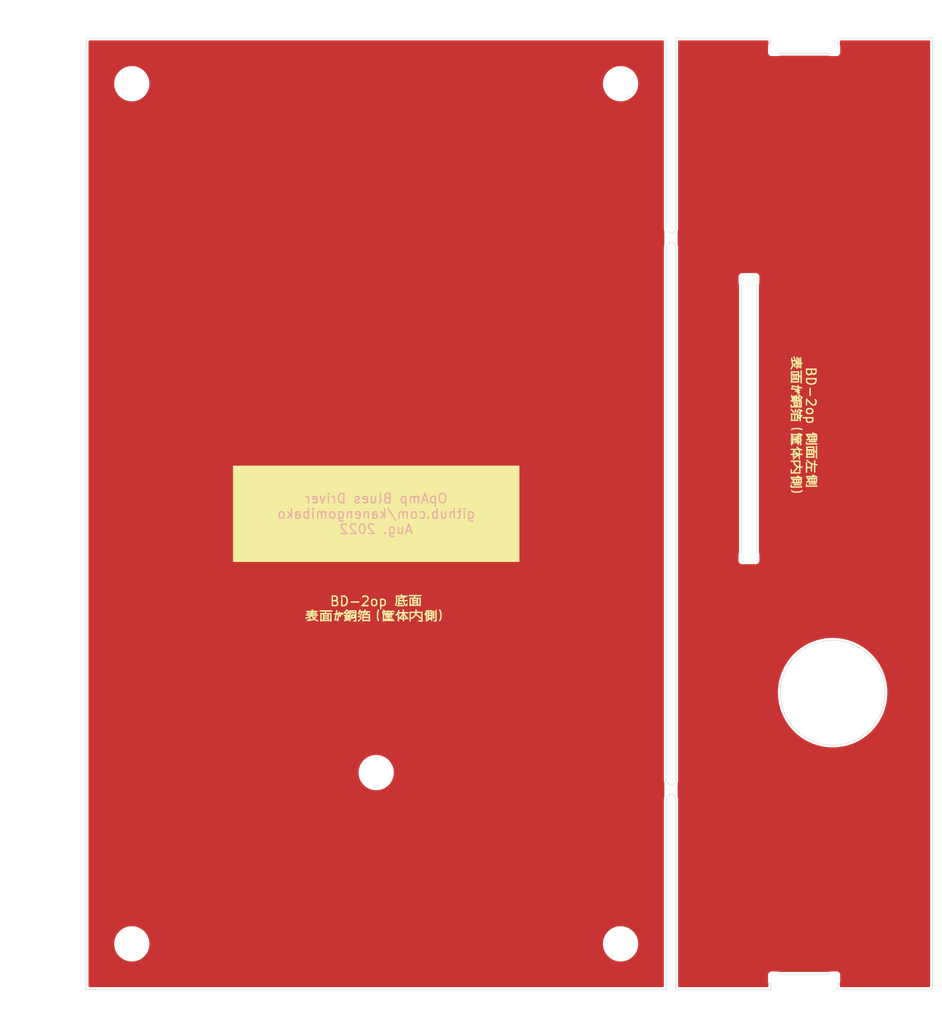
<source format=kicad_pcb>
(kicad_pcb (version 20211014) (generator pcbnew)
  (layers (0 "F.Cu" signal) (31 "B.Cu" signal) (34 "B.Paste" user) (35 "F.Paste" user) (36 "B.SilkS" user "B.Silkscreen") (37 "F.SilkS" user "F.Silkscreen") (38 "B.Mask" user) (39 "F.Mask" user) (44 "Edge.Cuts" user))
  (net 0 "")
  (footprint "myFoot:kado" (layer "F.Cu") (at 38.4 -75 180)
    (fp_text reference "r" hide)
    (fp_text value "h" hide)
    (pad "" np_thru_hole oval (at -0.1 -0.4 180) (size 0.3 0.9) (drill oval 0.3 0.9) (layers F&B.Cu *.Mask))
    (pad "" np_thru_hole oval (at -0.4 -0.1 90) (size 0.3 0.9) (drill oval 0.3 0.9) (layers F&B.Cu *.Mask))
  )
  (footprint "myFoot:Hole_0.4mm" (layer "F.Cu") (at 25.7 -4.8)
    (fp_text reference "r" hide)
    (fp_text value "h" hide)
    (pad "" np_thru_hole circle locked (at 0 0) (size 3.2 3.2) (drill 3.2) (layers F&B.Cu *.Mask))
  )
  (footprint "myFoot:kado" (layer "F.Cu") (at 38.4 -45 -90)
    (fp_text reference "r" hide)
    (fp_text value "h" hide)
    (pad "" np_thru_hole oval (at -0.1 -0.4 270) (size 0.3 0.9) (drill oval 0.3 0.9) (layers F&B.Cu *.Mask))
    (pad "" np_thru_hole oval (at -0.4 -0.1 180) (size 0.3 0.9) (drill oval 0.3 0.9) (layers F&B.Cu *.Mask))
  )
  (footprint "myFoot:kado" (layer "F.Cu") (at 40 -45)
    (fp_text reference "r" hide)
    (fp_text value "h" hide)
    (pad "" np_thru_hole oval (at -0.4 -0.1 270) (size 0.3 0.9) (drill oval 0.3 0.9) (layers F&B.Cu *.Mask))
    (pad "" np_thru_hole oval (at -0.1 -0.4) (size 0.3 0.9) (drill oval 0.3 0.9) (layers F&B.Cu *.Mask))
  )
  (footprint "myFoot:Hole_0.4mm" (layer "F.Cu") (at -25.7 -4.8)
    (fp_text reference "r" hide)
    (fp_text value "h" hide)
    (pad "" np_thru_hole circle locked (at 0 0) (size 3.2 3.2) (drill 3.2) (layers F&B.Cu *.Mask))
  )
  (footprint "myFoot:kado" (layer "F.Cu") (at 41.5 -1.6 180)
    (fp_text reference "r" hide)
    (fp_text value "h" hide)
    (pad "" np_thru_hole oval (at -0.4 -0.1 90) (size 0.3 0.9) (drill oval 0.3 0.9) (layers F&B.Cu *.Mask))
    (pad "" np_thru_hole oval (at -0.1 -0.4 180) (size 0.3 0.9) (drill oval 0.3 0.9) (layers F&B.Cu *.Mask))
  )
  (footprint "myFoot:Hole_0.4mm" (layer "F.Cu") (at 25.7 -95.2)
    (fp_text reference "r" hide)
    (fp_text value "h" hide)
    (pad "" np_thru_hole circle locked (at 0 0) (size 3.2 3.2) (drill 3.2) (layers F&B.Cu *.Mask))
  )
  (footprint "myFoot:kado" (layer "F.Cu") (at 40 -75 90)
    (fp_text reference "r" hide)
    (fp_text value "h" hide)
    (pad "" np_thru_hole oval (at -0.4 -0.1) (size 0.3 0.9) (drill oval 0.3 0.9) (layers F&B.Cu *.Mask))
    (pad "" np_thru_hole oval (at -0.1 -0.4 90) (size 0.3 0.9) (drill oval 0.3 0.9) (layers F&B.Cu *.Mask))
  )
  (footprint "myFoot:Hole_0.4mm" (layer "F.Cu") (at -25.7 -95.2)
    (fp_text reference "r" hide)
    (fp_text value "h" hide)
    (pad "" np_thru_hole circle locked (at 0 0) (size 3.2 3.2) (drill 3.2) (layers F&B.Cu *.Mask))
  )
  (footprint "myFoot:Hole_0.4mm" (layer "F.Cu") (at 0 -22.8)
    (fp_text reference "r" hide)
    (fp_text value "h" hide)
    (pad "" np_thru_hole circle locked (at 0 0) (size 3.2 3.2) (drill 3.2) (layers F&B.Cu *.Mask))
  )
  (footprint "myFoot:kado" (layer "F.Cu") (at 48.5 -1.6 90)
    (fp_text reference "r" hide)
    (fp_text value "h" hide)
    (pad "" np_thru_hole oval (at -0.4 -0.1) (size 0.3 0.9) (drill oval 0.3 0.9) (layers F&B.Cu *.Mask))
    (pad "" np_thru_hole oval (at -0.1 -0.4 90) (size 0.3 0.9) (drill oval 0.3 0.9) (layers F&B.Cu *.Mask))
  )
  (footprint "myFoot:kado" (layer "F.Cu") (at 41.5 -98.4 -90)
    (fp_text reference "r" hide)
    (fp_text value "h" hide)
    (pad "" np_thru_hole oval (at -0.4 -0.1 180) (size 0.3 0.9) (drill oval 0.3 0.9) (layers F&B.Cu *.Mask))
    (pad "" np_thru_hole oval (at -0.1 -0.4 270) (size 0.3 0.9) (drill oval 0.3 0.9) (layers F&B.Cu *.Mask))
  )
  (footprint "myFoot:kado" (layer "F.Cu") (at 48.5 -98.4)
    (fp_text reference "r" hide)
    (fp_text value "h" hide)
    (pad "" np_thru_hole oval (at -0.4 -0.1 270) (size 0.3 0.9) (drill oval 0.3 0.9) (layers F&B.Cu *.Mask))
    (pad "" np_thru_hole oval (at -0.1 -0.4) (size 0.3 0.9) (drill oval 0.3 0.9) (layers F&B.Cu *.Mask))
  )
  (gr_rect (start -15 -45) (end 15 -55) (layer "F.SilkS") (width 0.12) (fill solid))
  (gr_arc (start 30.5 -78) (mid 31 -78.5) (end 31.5 -78) (layer "Edge.Cuts") (width 0.05))
  (gr_line (start 31.5 0) (end 41.5 0) (layer "Edge.Cuts") (width 0.05))
  (gr_line (start 30.5 -78) (end 30.5 -22) (layer "Edge.Cuts") (width 0.05))
  (gr_line (start 31.5 -22) (end 31.5 -78) (layer "Edge.Cuts") (width 0.05))
  (gr_line (start -30.5 -100) (end 30.5 -100) (layer "Edge.Cuts") (width 0.05))
  (gr_line (start 58.5 0) (end 58.5 -100) (layer "Edge.Cuts") (width 0.05))
  (gr_line (start 31.5 -100) (end 31.5 -80) (layer "Edge.Cuts") (width 0.05))
  (gr_line (start 58.5 -100) (end 48.5 -100) (layer "Edge.Cuts") (width 0.05))
  (gr_line (start 31.5 -100) (end 41.5 -100) (layer "Edge.Cuts") (width 0.05))
  (gr_line (start 48.5 -1.6) (end 41.5 -1.6) (layer "Edge.Cuts") (width 0.05))
  (gr_line (start 38.4 -75) (end 38.4 -45) (layer "Edge.Cuts") (width 0.05))
  (gr_line (start 48.5 -100) (end 48.5 -98.4) (layer "Edge.Cuts") (width 0.05))
  (gr_arc (start 30.5 -20) (mid 31 -20.5) (end 31.5 -20) (layer "Edge.Cuts") (width 0.05))
  (gr_line (start 30.5 0) (end -30.5 0) (layer "Edge.Cuts") (width 0.05))
  (gr_line (start 40 -75) (end 38.4 -75) (layer "Edge.Cuts") (width 0.05))
  (gr_line (start 40 -45) (end 40 -75) (layer "Edge.Cuts") (width 0.05))
  (gr_line (start 58.5 0) (end 48.5 0) (layer "Edge.Cuts") (width 0.05))
  (gr_line (start 31.5 0) (end 31.5 -20) (layer "Edge.Cuts") (width 0.05))
  (gr_line (start 30.5 -100) (end 30.5 -80) (layer "Edge.Cuts") (width 0.05))
  (gr_line (start 38.4 -45) (end 40 -45) (layer "Edge.Cuts") (width 0.05))
  (gr_line (start -30.5 0) (end -30.5 -100) (layer "Edge.Cuts") (width 0.05))
  (gr_arc (start 31.5 -80) (mid 31 -79.5) (end 30.5 -80) (layer "Edge.Cuts") (width 0.05))
  (gr_arc (start 31.5 -22) (mid 31 -21.5) (end 30.5 -22) (layer "Edge.Cuts") (width 0.05))
  (gr_line (start 48.5 -98.4) (end 41.5 -98.4) (layer "Edge.Cuts") (width 0.05))
  (gr_circle (center 48 -31.2) (end 42.5 -31.2) (layer "Edge.Cuts") (width 0.05) (fill none))
  (gr_line (start 30.5 -20) (end 30.5 0) (layer "Edge.Cuts") (width 0.05))
  (gr_line (start 48.5 0) (end 48.5 -1.6) (layer "Edge.Cuts") (width 0.05))
  (gr_line (start 41.5 -100) (end 41.5 -98.4) (layer "Edge.Cuts") (width 0.05))
  (gr_line (start 41.5 0) (end 41.5 -1.6) (layer "Edge.Cuts") (width 0.05))
  (gr_text "OpAmp Blues Driver\ngithub.com/kanengomibako\nAug. 2022" (at 0 -50) (layer "B.SilkS") (effects (font (size 1 1)) (justify mirror)))
  (gr_text "BD-2op 側面左側\n表面が銅箔（筐体内側）" (at 44.9 -59.1 -90) (layer "F.SilkS") (effects (font (size 1 1))))
  (gr_text "BD-2op 底面\n表面が銅箔（筐体内側）" (at 0 -40) (layer "F.SilkS") (effects (font (size 1 1))))
  (zone (net 0) (net_name "") (layers F&B.Cu) (connect_pads (clearance 0)) (min_thickness 0.25)
    (keepout (tracks not_allowed) (vias not_allowed) (pads not_allowed) (copperpour not_allowed) (footprints not_allowed))
    (fill (thermal_gap 0.25) (thermal_bridge_width 0.5))
    (polygon (pts (xy 31.7 -19.6) (xy 30.3 -19.6) (xy 30.3 -22.5) (xy 31.7 -22.5)))
  )
  (zone (net 0) (net_name "") (layer "F.Cu") (connect_pads (clearance 0.25)) (min_thickness 0.25) (fill yes (thermal_gap 0.25) (thermal_bridge_width 0.5))
    (polygon (pts (xy 59.5 0.5) (xy -31 0.5) (xy -31 -100.5) (xy 59.5 -100.5)))
  )
  (zone (net 0) (net_name "") (layers F&B.Cu) (connect_pads (clearance 0)) (min_thickness 0.25)
    (keepout (tracks not_allowed) (vias not_allowed) (pads not_allowed) (copperpour not_allowed) (footprints not_allowed))
    (fill (thermal_gap 0.25) (thermal_bridge_width 0.5))
    (polygon (pts (xy 31.7 -77.6) (xy 30.3 -77.6) (xy 30.3 -80.5) (xy 31.7 -80.5)))
  )
)
</source>
